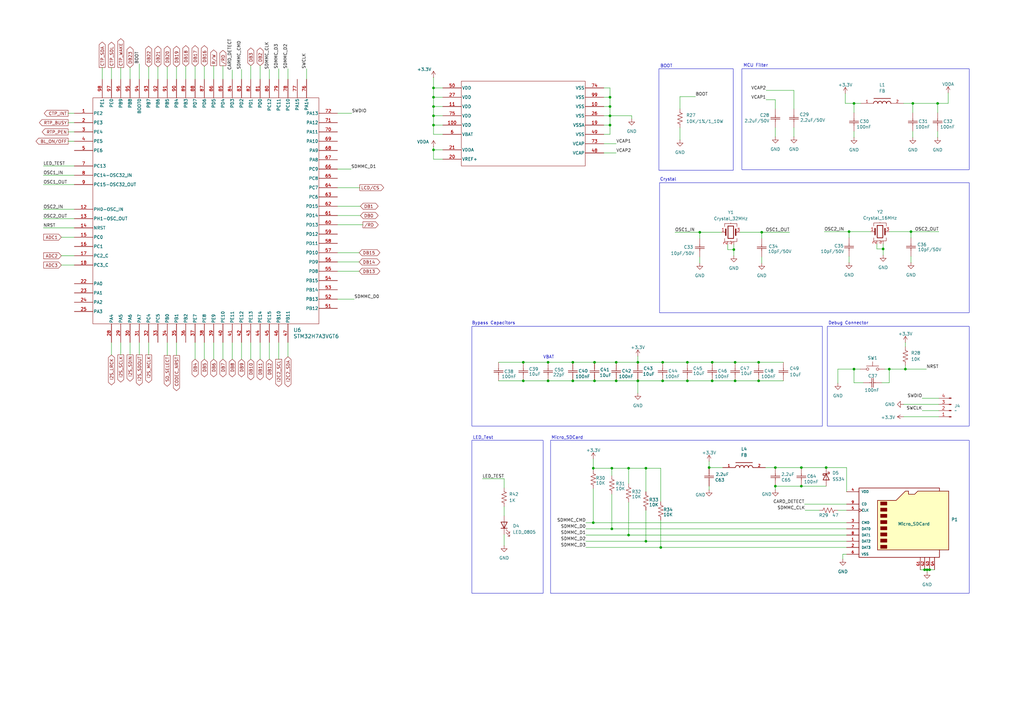
<source format=kicad_sch>
(kicad_sch (version 20231120) (generator "eeschema") (generator_version "8.0")
  (paper "A3")
  (junction (at 271.78 148.59))
  (junction (at 292.1 156.21))
  (junction (at 257.81 192.024))
  (junction (at 250.19 51.308))
  (junction (at 338.836 191.77))
  (junction (at 243.84 148.59))
  (junction (at 214.63 148.59))
  (junction (at 271.78 156.21))
  (junction (at 290.83 191.77))
  (junction (at 312.42 95.25))
  (junction (at 177.8 43.688))
  (junction (at 318.008 199.39))
  (junction (at 261.62 156.21))
  (junction (at 350.266 151.384))
  (junction (at 318.008 191.77))
  (junction (at 300.99 102.362))
  (junction (at 311.15 156.21))
  (junction (at 301.498 156.21))
  (junction (at 177.8 47.498))
  (junction (at 328.676 191.77))
  (junction (at 177.8 36.068))
  (junction (at 281.94 156.21))
  (junction (at 243.84 156.21))
  (junction (at 292.1 148.59))
  (junction (at 380.238 233.68))
  (junction (at 348.234 94.996))
  (junction (at 250.19 47.498))
  (junction (at 243.332 192.024))
  (junction (at 264.922 192.024))
  (junction (at 177.8 61.468))
  (junction (at 252.73 156.21))
  (junction (at 381.254 233.68))
  (junction (at 373.634 94.996))
  (junction (at 234.95 156.21))
  (junction (at 250.952 216.916))
  (junction (at 224.79 156.21))
  (junction (at 384.556 42.418))
  (junction (at 234.95 148.59))
  (junction (at 287.02 95.25))
  (junction (at 328.676 199.39))
  (junction (at 261.62 148.59))
  (junction (at 177.8 51.308))
  (junction (at 301.498 148.59))
  (junction (at 224.79 148.59))
  (junction (at 350.266 42.418))
  (junction (at 250.952 192.024))
  (junction (at 250.19 39.878))
  (junction (at 364.744 151.384))
  (junction (at 374.396 42.418))
  (junction (at 264.922 221.996))
  (junction (at 214.63 156.21))
  (junction (at 243.332 214.376))
  (junction (at 371.348 151.384))
  (junction (at 257.81 219.456))
  (junction (at 311.15 148.59))
  (junction (at 271.018 224.536))
  (junction (at 252.73 148.59))
  (junction (at 281.94 148.59))
  (junction (at 379.222 233.68))
  (junction (at 250.19 43.688))
  (junction (at 362.204 102.108))
  (junction (at 177.8 39.878))
  (wire (pts (xy 177.8 47.498) (xy 177.8 43.688)))
  (wire (pts (xy 314.198 37.084) (xy 325.628 37.084)))
  (wire (pts (xy 247.65 39.878) (xy 250.19 39.878)))
  (wire (pts (xy 271.018 213.36) (xy 271.018 224.536)))
  (wire (pts (xy 350.266 151.384) (xy 352.806 151.384)))
  (wire (pts (xy 257.81 205.994) (xy 257.81 219.456)))
  (wire (pts (xy 72.39 145.796) (xy 72.39 140.462)))
  (wire (pts (xy 362.204 102.108) (xy 362.204 104.648)))
  (wire (pts (xy 318.008 40.894) (xy 318.008 44.704)))
  (wire (pts (xy 181.61 55.118) (xy 177.8 55.118)))
  (wire (pts (xy 250.19 51.308) (xy 250.19 55.118)))
  (wire (pts (xy 347.218 191.77) (xy 347.218 201.676)))
  (wire (pts (xy 68.58 27.432) (xy 68.58 32.512)))
  (wire (pts (xy 27.94 50.292) (xy 30.48 50.292)))
  (wire (pts (xy 99.06 147.32) (xy 99.06 140.462)))
  (wire (pts (xy 313.944 191.77) (xy 318.008 191.77)))
  (wire (pts (xy 350.266 42.418) (xy 350.266 46.228)))
  (wire (pts (xy 181.61 65.278) (xy 177.8 65.278)))
  (wire (pts (xy 177.8 31.75) (xy 177.8 36.068)))
  (wire (pts (xy 250.952 202.692) (xy 250.952 216.916)))
  (wire (pts (xy 147.32 111.252) (xy 138.43 111.252)))
  (wire (pts (xy 206.756 196.342) (xy 206.756 200.152)))
  (wire (pts (xy 312.42 105.41) (xy 312.42 107.95)))
  (wire (pts (xy 250.952 216.916) (xy 347.218 216.916)))
  (wire (pts (xy 45.72 145.542) (xy 45.72 140.462)))
  (wire (pts (xy 25.146 108.712) (xy 30.48 108.712)))
  (wire (pts (xy 373.634 105.156) (xy 373.634 107.696)))
  (wire (pts (xy 53.34 145.542) (xy 53.34 140.462)))
  (wire (pts (xy 250.19 43.688) (xy 250.19 47.498)))
  (wire (pts (xy 240.284 216.916) (xy 250.952 216.916)))
  (wire (pts (xy 343.662 151.384) (xy 350.266 151.384)))
  (wire (pts (xy 106.68 147.32) (xy 106.68 140.462)))
  (wire (pts (xy 252.73 156.21) (xy 261.62 156.21)))
  (wire (pts (xy 364.744 94.996) (xy 373.634 94.996)))
  (wire (pts (xy 374.396 46.228) (xy 374.396 42.418)))
  (wire (pts (xy 285.242 39.624) (xy 278.892 39.624)))
  (wire (pts (xy 276.86 95.25) (xy 287.02 95.25)))
  (wire (pts (xy 298.45 102.362) (xy 300.99 102.362)))
  (wire (pts (xy 68.58 145.796) (xy 68.58 140.462)))
  (wire (pts (xy 177.8 47.498) (xy 177.8 51.308)))
  (wire (pts (xy 49.53 145.542) (xy 49.53 140.462)))
  (wire (pts (xy 287.02 95.25) (xy 295.91 95.25)))
  (wire (pts (xy 110.49 147.32) (xy 110.49 140.462)))
  (wire (pts (xy 290.83 189.23) (xy 290.83 191.77)))
  (wire (pts (xy 72.39 27.432) (xy 72.39 32.512)))
  (wire (pts (xy 350.266 156.972) (xy 350.266 151.384)))
  (wire (pts (xy 250.952 192.024) (xy 250.952 195.072)))
  (wire (pts (xy 17.78 93.472) (xy 30.48 93.472)))
  (wire (pts (xy 348.234 105.156) (xy 348.234 107.696)))
  (wire (pts (xy 380.238 233.68) (xy 380.238 234.696)))
  (wire (pts (xy 301.498 156.21) (xy 311.15 156.21)))
  (wire (pts (xy 388.874 42.418) (xy 384.556 42.418)))
  (wire (pts (xy 370.586 170.942) (xy 385.064 170.942)))
  (wire (pts (xy 354.076 156.972) (xy 350.266 156.972)))
  (wire (pts (xy 271.78 156.21) (xy 281.94 156.21)))
  (wire (pts (xy 80.01 27.178) (xy 80.01 32.512)))
  (wire (pts (xy 364.744 151.384) (xy 362.966 151.384)))
  (wire (pts (xy 252.73 62.738) (xy 247.65 62.738)))
  (wire (pts (xy 348.234 94.996) (xy 348.234 97.536)))
  (wire (pts (xy 240.284 224.536) (xy 271.018 224.536)))
  (wire (pts (xy 243.332 214.376) (xy 347.218 214.376)))
  (wire (pts (xy 250.19 47.498) (xy 250.19 51.308)))
  (wire (pts (xy 102.87 26.924) (xy 102.87 32.512)))
  (wire (pts (xy 252.73 58.928) (xy 247.65 58.928)))
  (wire (pts (xy 361.696 156.972) (xy 364.744 156.972)))
  (wire (pts (xy 385.064 165.862) (xy 370.586 165.862)))
  (wire (pts (xy 197.866 196.342) (xy 206.756 196.342)))
  (wire (pts (xy 240.284 214.376) (xy 243.332 214.376)))
  (wire (pts (xy 345.694 227.33) (xy 345.694 229.362)))
  (wire (pts (xy 95.25 147.32) (xy 95.25 140.462)))
  (wire (pts (xy 204.47 156.21) (xy 214.63 156.21)))
  (wire (pts (xy 27.94 54.102) (xy 30.48 54.102)))
  (wire (pts (xy 83.82 147.32) (xy 83.82 140.462)))
  (wire (pts (xy 250.19 55.118) (xy 247.65 55.118)))
  (wire (pts (xy 292.1 156.21) (xy 301.498 156.21)))
  (wire (pts (xy 318.008 199.39) (xy 328.676 199.39)))
  (wire (pts (xy 64.77 27.432) (xy 64.77 32.512)))
  (wire (pts (xy 373.634 94.996) (xy 373.634 97.536)))
  (wire (pts (xy 384.556 53.848) (xy 384.556 56.388)))
  (wire (pts (xy 348.234 94.996) (xy 357.124 94.996)))
  (wire (pts (xy 261.62 156.21) (xy 261.62 161.29)))
  (wire (pts (xy 17.78 89.662) (xy 30.48 89.662)))
  (wire (pts (xy 206.756 207.772) (xy 206.756 211.582)))
  (wire (pts (xy 312.42 95.25) (xy 312.42 97.79)))
  (wire (pts (xy 388.874 38.1) (xy 388.874 42.418)))
  (wire (pts (xy 234.95 148.59) (xy 243.84 148.59)))
  (wire (pts (xy 243.332 200.406) (xy 243.332 214.376)))
  (wire (pts (xy 214.63 156.21) (xy 224.79 156.21)))
  (wire (pts (xy 281.94 156.21) (xy 292.1 156.21)))
  (wire (pts (xy 206.756 219.202) (xy 206.756 223.774)))
  (wire (pts (xy 204.47 148.59) (xy 214.63 148.59)))
  (wire (pts (xy 329.946 206.756) (xy 347.218 206.756)))
  (wire (pts (xy 177.8 60.198) (xy 177.8 61.468)))
  (wire (pts (xy 370.586 42.418) (xy 374.396 42.418)))
  (wire (pts (xy 145.288 122.682) (xy 138.43 122.682)))
  (wire (pts (xy 300.99 102.362) (xy 300.99 100.33)))
  (wire (pts (xy 181.61 61.468) (xy 177.8 61.468)))
  (wire (pts (xy 17.78 85.852) (xy 30.48 85.852)))
  (wire (pts (xy 240.284 221.996) (xy 264.922 221.996)))
  (wire (pts (xy 57.15 145.542) (xy 57.15 140.462)))
  (wire (pts (xy 371.348 140.462) (xy 371.348 142.24)))
  (wire (pts (xy 45.72 27.686) (xy 45.72 32.512)))
  (wire (pts (xy 325.628 52.324) (xy 325.628 56.134)))
  (wire (pts (xy 343.662 209.296) (xy 347.218 209.296)))
  (wire (pts (xy 80.01 147.32) (xy 80.01 140.462)))
  (wire (pts (xy 144.018 69.342) (xy 138.43 69.342)))
  (wire (pts (xy 385.064 94.996) (xy 373.634 94.996)))
  (wire (pts (xy 271.78 148.59) (xy 281.94 148.59)))
  (wire (pts (xy 53.34 27.686) (xy 53.34 32.512)))
  (wire (pts (xy 257.81 219.456) (xy 347.218 219.456)))
  (wire (pts (xy 76.2 27.178) (xy 76.2 32.512)))
  (wire (pts (xy 27.94 57.912) (xy 30.48 57.912)))
  (wire (pts (xy 243.332 192.024) (xy 250.952 192.024)))
  (wire (pts (xy 99.06 28.448) (xy 99.06 32.512)))
  (wire (pts (xy 17.78 71.882) (xy 30.48 71.882)))
  (wire (pts (xy 350.266 53.848) (xy 350.266 56.388)))
  (wire (pts (xy 325.628 37.084) (xy 325.628 44.704)))
  (wire (pts (xy 224.79 156.21) (xy 234.95 156.21)))
  (wire (pts (xy 378.206 168.402) (xy 385.064 168.402)))
  (wire (pts (xy 347.218 227.33) (xy 345.694 227.33)))
  (wire (pts (xy 287.02 95.25) (xy 287.02 97.79)))
  (wire (pts (xy 91.44 147.32) (xy 91.44 140.462)))
  (wire (pts (xy 247.65 51.308) (xy 250.19 51.308)))
  (wire (pts (xy 261.62 156.21) (xy 271.78 156.21)))
  (wire (pts (xy 102.87 147.32) (xy 102.87 140.462)))
  (wire (pts (xy 338.074 94.996) (xy 348.234 94.996)))
  (wire (pts (xy 147.32 103.632) (xy 138.43 103.632)))
  (wire (pts (xy 346.71 38.354) (xy 346.71 42.418)))
  (wire (pts (xy 106.68 26.924) (xy 106.68 32.512)))
  (wire (pts (xy 264.922 221.996) (xy 347.218 221.996)))
  (wire (pts (xy 60.96 145.542) (xy 60.96 140.462)))
  (wire (pts (xy 27.94 46.482) (xy 30.48 46.482)))
  (wire (pts (xy 224.79 148.59) (xy 234.95 148.59)))
  (wire (pts (xy 278.892 52.324) (xy 278.892 57.404)))
  (wire (pts (xy 259.08 48.768) (xy 259.08 47.498)))
  (wire (pts (xy 362.204 102.108) (xy 362.204 100.076)))
  (wire (pts (xy 181.61 43.688) (xy 177.8 43.688)))
  (wire (pts (xy 278.892 39.624) (xy 278.892 44.704)))
  (wire (pts (xy 318.008 52.324) (xy 318.008 56.134)))
  (wire (pts (xy 181.61 51.308) (xy 177.8 51.308)))
  (wire (pts (xy 49.53 27.686) (xy 49.53 32.512)))
  (wire (pts (xy 181.61 47.498) (xy 177.8 47.498)))
  (wire (pts (xy 177.8 55.118) (xy 177.8 51.308)))
  (wire (pts (xy 379.984 151.384) (xy 371.348 151.384)))
  (wire (pts (xy 301.498 148.59) (xy 311.15 148.59)))
  (wire (pts (xy 125.73 28.194) (xy 125.73 32.512)))
  (wire (pts (xy 290.83 199.39) (xy 290.83 200.914)))
  (wire (pts (xy 328.676 199.39) (xy 338.836 199.39)))
  (wire (pts (xy 287.02 105.41) (xy 287.02 107.95)))
  (wire (pts (xy 234.95 156.21) (xy 243.84 156.21)))
  (wire (pts (xy 138.43 46.482) (xy 144.272 46.482)))
  (wire (pts (xy 298.45 100.33) (xy 298.45 102.362)))
  (wire (pts (xy 240.284 219.456) (xy 257.81 219.456)))
  (wire (pts (xy 95.25 28.702) (xy 95.25 32.512)))
  (wire (pts (xy 271.018 205.74) (xy 271.018 192.024)))
  (wire (pts (xy 374.396 42.418) (xy 384.556 42.418)))
  (wire (pts (xy 247.65 47.498) (xy 250.19 47.498)))
  (wire (pts (xy 364.744 151.384) (xy 364.744 156.972)))
  (wire (pts (xy 110.49 28.448) (xy 110.49 32.512)))
  (wire (pts (xy 264.922 192.024) (xy 264.922 201.676)))
  (wire (pts (xy 347.218 191.77) (xy 338.836 191.77)))
  (wire (pts (xy 252.73 148.59) (xy 261.62 148.59)))
  (wire (pts (xy 148.844 92.202) (xy 138.43 92.202)))
  (wire (pts (xy 377.444 233.68) (xy 379.222 233.68)))
  (wire (pts (xy 25.146 97.282) (xy 30.48 97.282)))
  (wire (pts (xy 17.78 68.072) (xy 30.48 68.072)))
  (wire (pts (xy 381.254 233.68) (xy 383.286 233.68)))
  (wire (pts (xy 41.91 27.686) (xy 41.91 32.512)))
  (wire (pts (xy 177.8 65.278) (xy 177.8 61.468)))
  (wire (pts (xy 271.018 192.024) (xy 264.922 192.024)))
  (wire (pts (xy 353.06 42.418) (xy 350.266 42.418)))
  (wire (pts (xy 250.19 47.498) (xy 259.08 47.498)))
  (wire (pts (xy 177.8 43.688) (xy 177.8 39.878)))
  (wire (pts (xy 118.11 28.194) (xy 118.11 32.512)))
  (wire (pts (xy 379.222 233.68) (xy 380.238 233.68)))
  (wire (pts (xy 323.85 95.25) (xy 312.42 95.25)))
  (wire (pts (xy 177.8 36.068) (xy 177.8 39.878)))
  (wire (pts (xy 25.146 104.902) (xy 30.48 104.902)))
  (wire (pts (xy 292.1 148.59) (xy 301.498 148.59)))
  (wire (pts (xy 83.82 27.178) (xy 83.82 32.512)))
  (wire (pts (xy 147.574 76.962) (xy 138.43 76.962)))
  (wire (pts (xy 271.018 224.536) (xy 347.218 224.536)))
  (wire (pts (xy 114.3 147.32) (xy 114.3 140.462)))
  (wire (pts (xy 147.828 88.392) (xy 138.43 88.392)))
  (wire (pts (xy 300.99 102.362) (xy 300.99 104.902)))
  (wire (pts (xy 243.332 188.214) (xy 243.332 192.024)))
  (wire (pts (xy 374.396 53.848) (xy 374.396 56.388)))
  (wire (pts (xy 257.81 192.024) (xy 264.922 192.024)))
  (wire (pts (xy 250.19 39.878) (xy 250.19 43.688)))
  (wire (pts (xy 17.78 75.692) (xy 30.48 75.692)))
  (wire (pts (xy 257.81 192.024) (xy 257.81 198.374)))
  (wire (pts (xy 247.65 36.068) (xy 250.19 36.068)))
  (wire (pts (xy 311.15 148.59) (xy 321.31 148.59)))
  (wire (pts (xy 87.63 147.32) (xy 87.63 140.462)))
  (wire (pts (xy 250.952 192.024) (xy 257.81 192.024)))
  (wire (pts (xy 147.32 107.442) (xy 138.43 107.442)))
  (wire (pts (xy 359.664 102.108) (xy 362.204 102.108)))
  (wire (pts (xy 318.008 200.914) (xy 318.008 199.39)))
  (wire (pts (xy 60.96 27.432) (xy 60.96 32.512)))
  (wire (pts (xy 261.62 148.59) (xy 271.78 148.59)))
  (wire (pts (xy 264.922 209.296) (xy 264.922 221.996)))
  (wire (pts (xy 147.828 84.582) (xy 138.43 84.582)))
  (wire (pts (xy 311.15 156.21) (xy 321.31 156.21)))
  (wire (pts (xy 384.556 42.418) (xy 384.556 46.228)))
  (wire (pts (xy 281.94 148.59) (xy 292.1 148.59)))
  (wire (pts (xy 181.61 39.878) (xy 177.8 39.878)))
  (wire (pts (xy 57.15 26.162) (xy 57.15 32.512)))
  (wire (pts (xy 371.348 151.384) (xy 364.744 151.384)))
  (wire (pts (xy 371.348 149.86) (xy 371.348 151.384)))
  (wire (pts (xy 346.71 42.418) (xy 350.266 42.418)))
  (wire (pts (xy 87.63 26.924) (xy 87.63 32.512)))
  (wire (pts (xy 243.332 192.024) (xy 243.332 192.786)))
  (wire (pts (xy 359.664 100.076) (xy 359.664 102.108)))
  (wire (pts (xy 343.662 157.226) (xy 343.662 151.384)))
  (wire (pts (xy 330.2 209.296) (xy 336.042 209.296)))
  (wire (pts (xy 91.44 26.924) (xy 91.44 32.512)))
  (wire (pts (xy 380.238 233.68) (xy 381.254 233.68)))
  (wire (pts (xy 114.3 28.194) (xy 114.3 32.512)))
  (wire (pts (xy 328.676 191.77) (xy 338.836 191.77)))
  (wire (pts (xy 214.63 148.59) (xy 224.79 148.59)))
  (wire (pts (xy 177.546 36.068) (xy 177.8 36.068)))
  (wire (pts (xy 261.62 146.05) (xy 261.62 148.59)))
  (wire (pts (xy 378.206 163.322) (xy 385.064 163.322)))
  (wire (pts (xy 290.83 191.77) (xy 296.418 191.77)))
  (wire (pts (xy 177.8 36.068) (xy 181.61 36.068)))
  (wire (pts (xy 250.19 36.068) (xy 250.19 39.878)))
  (wire (pts (xy 328.676 191.77) (xy 318.008 191.77)))
  (wire (pts (xy 118.11 146.304) (xy 118.11 140.462)))
  (wire (pts (xy 303.53 95.25) (xy 312.42 95.25)))
  (wire (pts (xy 247.65 43.688) (xy 250.19 43.688)))
  (wire (pts (xy 243.84 148.59) (xy 252.73 148.59)))
  (wire (pts (xy 314.198 40.894) (xy 318.008 40.894)))
  (wire (pts (xy 243.84 156.21) (xy 252.73 156.21)))
  (rectangle (start 193.548 133.858) (end 337.312 174.752))
  (rectangle (start 270.51 74.93) (end 397.51 128.27))
  (rectangle (start 193.548 180.594) (end 222.758 243.332))
  (rectangle (start 270.256 28.194) (end 300.736 69.85))
  (rectangle (start 225.806 180.594) (end 397.51 243.332))
  (rectangle (start 339.344 133.858) (end 397.51 174.752))
  (rectangle (start 304.292 28.194) (end 397.51 69.596))
  (text "BOOT" (at 273.304 27.178 0) (effects (font (size 1.27 1.27))))
  (text "Crystal" (at 274.066 73.66 0) (effects (font (size 1.27 1.27))))
  (text "Debug Connector" (at 347.98 132.588 0) (effects (font (size 1.27 1.27))))
  (text "LED_Test" (at 198.12 179.578 0) (effects (font (size 1.27 1.27))))
  (text "VBAT\n" (at 225.044 146.558 0) (effects (font (size 1.27 1.27))))
  (text "Bypass Capacitors" (at 202.438 132.588 0) (effects (font (size 1.27 1.27))))
  (text "Micro_SDCard" (at 232.664 179.578 0) (effects (font (size 1.27 1.27))))
  (text "MCU Filter	" (at 312.42 26.924 0) (effects (font (size 1.27 1.27))))
  (label "CARD_DETECT" (at 329.946 206.756 180))
  (label "LED_TEST" (at 197.866 196.342 0))
  (label "BOOT" (at 57.15 26.162 90))
  (label "OSC1_IN" (at 276.86 95.25 0))
  (label "VCAP1" (at 314.198 40.894 180))
  (label "SWCLK" (at 125.73 28.194 90))
  (label "OSC2_IN" (at 17.78 85.852 0))
  (label "SDMMC_D2" (at 240.284 221.996 180))
  (label "OSC1_IN" (at 17.78 71.882 0))
  (label "SDMMC_D1" (at 240.284 219.456 180))
  (label "SDMMC_CMD" (at 99.06 28.448 90))
  (label "SDMMC_CLK" (at 330.2 209.296 180))
  (label "OSC1_OUT" (at 323.85 95.25 180))
  (label "SWDIO" (at 144.272 46.482 0))
  (label "SDMMC_D2" (at 118.11 28.194 90))
  (label "VCAP2" (at 252.73 62.738 0))
  (label "OSC2_OUT" (at 17.78 89.662 0))
  (label "OSC1_OUT" (at 17.78 75.692 0))
  (label "NRST" (at 17.78 93.472 0))
  (label "LED_TEST" (at 17.78 68.072 0))
  (label "SWCLK" (at 378.206 168.402 180))
  (label "SDMMC_D0" (at 145.288 122.682 0))
  (label "CARD_DETECT" (at 95.25 28.702 90))
  (label "SDMMC_CMD" (at 240.284 214.376 180))
  (label "SDMMC_CLK" (at 110.49 28.448 90))
  (label "SDMMC_D3" (at 240.284 224.536 180))
  (label "SWDIO" (at 378.206 163.322 180))
  (label "OSC2_OUT" (at 385.064 94.996 180))
  (label "BOOT" (at 285.242 39.624 0))
  (label "NRST" (at 379.984 151.384 0))
  (label "SDMMC_D3" (at 114.3 28.194 90))
  (label "SDMMC_D1" (at 144.018 69.342 0))
  (label "VCAP2" (at 314.198 37.084 180))
  (label "VCAP1" (at 252.73 58.928 0))
  (label "SDMMC_D0" (at 240.284 216.916 180))
  (label "OSC2_IN" (at 338.074 94.996 0))
  (global_label "DB11" (shape bidirectional) (at 106.68 147.32 270) (property "Intersheetrefs" "${INTERSHEET_REFS}" (effects (hide yes))))
  (global_label "DB17" (shape bidirectional) (at 80.01 27.178 90) (property "Intersheetrefs" "${INTERSHEET_REFS}" (effects (hide yes))))
  (global_label "CODEC_NRST" (shape output) (at 72.39 145.796 270) (property "Intersheetrefs" "${INTERSHEET_REFS}" (effects (hide yes))))
  (global_label "I2C2_SDA" (shape bidirectional) (at 118.11 146.304 270) (property "Intersheetrefs" "${INTERSHEET_REFS}" (effects (hide yes))))
  (global_label "DB16" (shape bidirectional) (at 83.82 27.178 90) (property "Intersheetrefs" "${INTERSHEET_REFS}" (effects (hide yes))))
  (global_label "SD_SELECT" (shape output) (at 68.58 145.796 270) (property "Intersheetrefs" "${INTERSHEET_REFS}" (effects (hide yes))))
  (global_label "BL_ON{slash}OFF" (shape output) (at 27.94 57.912 180) (property "Intersheetrefs" "${INTERSHEET_REFS}" (effects (hide yes))))
  (global_label "DB22" (shape bidirectional) (at 60.96 27.432 90) (property "Intersheetrefs" "${INTERSHEET_REFS}" (effects (hide yes))))
  (global_label "RTP_PEN" (shape output) (at 27.94 54.102 180) (property "Intersheetrefs" "${INTERSHEET_REFS}" (effects (hide yes))))
  (global_label "DB6" (shape bidirectional) (at 87.63 147.32 270) (property "Intersheetrefs" "${INTERSHEET_REFS}" (effects (hide yes))))
  (global_label "DB4" (shape bidirectional) (at 80.01 147.32 270) (property "Intersheetrefs" "${INTERSHEET_REFS}" (effects (hide yes))))
  (global_label "I2S_SDIN" (shape output) (at 53.34 145.542 270) (property "Intersheetrefs" "${INTERSHEET_REFS}" (effects (hide yes))))
  (global_label "DB23" (shape bidirectional) (at 53.34 27.686 90) (property "Intersheetrefs" "${INTERSHEET_REFS}" (effects (hide yes))))
  (global_label "CTP_SDA" (shape output) (at 41.91 27.686 90) (property "Intersheetrefs" "${INTERSHEET_REFS}" (effects (hide yes))))
  (global_label "DB7" (shape bidirectional) (at 91.44 147.32 270) (property "Intersheetrefs" "${INTERSHEET_REFS}" (effects (hide yes))))
  (global_label "{slash}RD" (shape output) (at 148.844 92.202 0) (property "Intersheetrefs" "${INTERSHEET_REFS}" (effects (hide yes))))
  (global_label "RTP_BUSY" (shape output) (at 27.94 50.292 180) (property "Intersheetrefs" "${INTERSHEET_REFS}" (effects (hide yes))))
  (global_label "CTP_SDL" (shape output) (at 45.72 27.686 90) (property "Intersheetrefs" "${INTERSHEET_REFS}" (effects (hide yes))))
  (global_label "LCD{slash}CS" (shape output) (at 147.574 76.962 0) (property "Intersheetrefs" "${INTERSHEET_REFS}" (effects (hide yes))))
  (global_label "DB5" (shape bidirectional) (at 83.82 147.32 270) (property "Intersheetrefs" "${INTERSHEET_REFS}" (effects (hide yes))))
  (global_label "DB3" (shape bidirectional) (at 102.87 26.924 90) (property "Intersheetrefs" "${INTERSHEET_REFS}" (effects (hide yes))))
  (global_label "CTP_WAKE" (shape output) (at 49.53 27.686 90) (property "Intersheetrefs" "${INTERSHEET_REFS}" (effects (hide yes))))
  (global_label "ADC1" (shape input) (at 25.146 97.282 180) (property "Intersheetrefs" "${INTERSHEET_REFS}" (effects (hide yes))))
  (global_label "DB1" (shape bidirectional) (at 147.828 84.582 0) (property "Intersheetrefs" "${INTERSHEET_REFS}" (effects (hide yes))))
  (global_label "DB13" (shape bidirectional) (at 147.32 111.252 0) (property "Intersheetrefs" "${INTERSHEET_REFS}" (effects (hide yes))))
  (global_label "DB0" (shape bidirectional) (at 147.828 88.392 0) (property "Intersheetrefs" "${INTERSHEET_REFS}" (effects (hide yes))))
  (global_label "R{slash}W" (shape output) (at 87.63 26.924 90) (property "Intersheetrefs" "${INTERSHEET_REFS}" (effects (hide yes))))
  (global_label "DB15" (shape bidirectional) (at 147.32 103.632 0) (property "Intersheetrefs" "${INTERSHEET_REFS}" (effects (hide yes))))
  (global_label "I2S_LRCK" (shape bidirectional) (at 45.72 145.542 270) (property "Intersheetrefs" "${INTERSHEET_REFS}" (effects (hide yes))))
  (global_label "DB10" (shape bidirectional) (at 102.87 147.32 270) (property "Intersheetrefs" "${INTERSHEET_REFS}" (effects (hide yes))))
  (global_label "DB18" (shape bidirectional) (at 76.2 27.178 90) (property "Intersheetrefs" "${INTERSHEET_REFS}" (effects (hide yes))))
  (global_label "I2S_SDOUT" (shape output) (at 57.15 145.542 270) (property "Intersheetrefs" "${INTERSHEET_REFS}" (effects (hide yes))))
  (global_label "CTP_INT" (shape output) (at 27.94 46.482 180) (property "Intersheetrefs" "${INTERSHEET_REFS}" (effects (hide yes))))
  (global_label "ADC3" (shape input) (at 25.146 108.712 180) (property "Intersheetrefs" "${INTERSHEET_REFS}" (effects (hide yes))))
  (global_label "{slash}RD" (shape output) (at 91.44 26.924 90) (property "Intersheetrefs" "${INTERSHEET_REFS}" (effects (hide yes))))
  (global_label "DB19" (shape bidirectional) (at 72.39 27.432 90) (property "Intersheetrefs" "${INTERSHEET_REFS}" (effects (hide yes))))
  (global_label "DB2" (shape bidirectional) (at 106.68 26.924 90) (property "Intersheetrefs" "${INTERSHEET_REFS}" (effects (hide yes))))
  (global_label "I2S_MCLK" (shape output) (at 60.96 145.542 270) (property "Intersheetrefs" "${INTERSHEET_REFS}" (effects (hide yes))))
  (global_label "ADC2" (shape input) (at 25.146 104.902 180) (property "Intersheetrefs" "${INTERSHEET_REFS}" (effects (hide yes))))
  (global_label "DB14" (shape bidirectional) (at 147.32 107.442 0) (property "Intersheetrefs" "${INTERSHEET_REFS}" (effects (hide yes))))
  (global_label "DB21" (shape bidirectional) (at 64.77 27.432 90) (property "Intersheetrefs" "${INTERSHEET_REFS}" (effects (hide yes))))
  (global_label "DB12" (shape bidirectional) (at 110.49 147.32 270) (property "Intersheetrefs" "${INTERSHEET_REFS}" (effects (hide yes))))
  (global_label "DB9" (shape bidirectional) (at 99.06 147.32 270) (property "Intersheetrefs" "${INTERSHEET_REFS}" (effects (hide yes))))
  (global_label "DB8" (shape bidirectional) (at 95.25 147.32 270) (property "Intersheetrefs" "${INTERSHEET_REFS}" (effects (hide yes))))
  (global_label "I2C2_SCL" (shape output) (at 114.3 147.32 270) (property "Intersheetrefs" "${INTERSHEET_REFS}" (effects (hide yes))))
  (global_label "I2S_SCLK" (shape output) (at 49.53 145.542 270) (property "Intersheetrefs" "${INTERSHEET_REFS}" (effects (hide yes))))
  (global_label "DB20" (shape bidirectional) (at 68.58 27.432 90) (property "Intersheetrefs" "${INTERSHEET_REFS}" (effects (hide yes))))
  (symbol (lib_id "power:GND") (at 312.42 107.95 0) (unit 1)
    (property "Reference" "#PWR050" (effects (hide yes)))
    (property "Value" "GND" (at 312.42 113.03 0))
    (property "Description" "Power symbol creates a global label with name \"GND\" , ground" (effects (hide yes)))
  )
  (symbol (lib_id "power:GND") (at 380.238 234.696 0) (unit 1)
    (property "Reference" "#PWR062" (effects (hide yes)))
    (property "Value" "GND" (at 380.238 239.776 0))
    (property "Description" "Power symbol creates a global label with name \"GND\" , ground" (effects (hide yes)))
  )
  (symbol (lib_id "power:GND") (at 300.99 104.902 0) (unit 1)
    (property "Reference" "#PWR051" (effects (hide yes)))
    (property "Value" "GND" (at 300.99 109.982 0))
    (property "Description" "Power symbol creates a global label with name \"GND\" , ground" (effects (hide yes)))
  )
  (symbol (lib_id "charge_battery_sym_lib:Res_10K_0603_1%") (at 371.348 149.86 90) (unit 1)
    (property "Reference" "R28" (at 373.634 144.7799 90) (effects (justify right)))
    (property "Value" "10K" (at 373.634 147.3199 90) (effects (justify right)))
    (property "Footprint" "charge_battery_footprint_lib:Res_0603" (effects (hide yes)))
    (property "Datasheet" "https://fscdn.rohm.com/en/products/databook/datasheet/passive/resistor/chip_resistor/esr-e.pdf" (effects (hide yes)))
    (property "Description" "Res 10 KOhm 0603 1%" (effects (hide yes)))
    (property "Supply name" "Thegioiic" (effects (hide yes)))
    (property "Supply part number" "Điện Trở 10 KOhm 0603 1%" (effects (hide yes)))
    (property "Supply URL" "https://www.thegioiic.com/dien-tro-10-kohm-0603-1-" (effects (hide yes)))
  )
  (symbol (lib_id "charge_battery_sym_lib:Ceramic_Cap_SMD_100nF_16V") (at 350.266 47.498 270) (unit 1)
    (property "Reference" "C30" (at 352.552 49.784 90) (effects (justify left)))
    (property "Value" "100nF" (at 351.282 52.07 90) (effects (justify left)))
    (property "Footprint" "charge_battery_footprint_lib:Ceramic_Cap_0603" (effects (hide yes)))
    (property "Datasheet" "https://www.mouser.vn/datasheet/2/40/KYOCERA_AutoMLCCKAM-3106308.pdf" (effects (hide yes)))
    (property "Description" "10%, 0603 (1608 Metric)" (effects (hide yes)))
    (property "Supply name" "Thegioiic" (effects (hide yes)))
    (property "Supply part number" "Tụ Gốm 0603 100nF (0.1uF) 16V" (effects (hide yes)))
    (property "Supply URL" "https://www.thegioiic.com/tu-gom-0603-100nf-0-1uf-16v" (effects (hide yes)))
  )
  (symbol (lib_id "Digital_Multi_Effect_Pedal:SS34") (at 338.836 195.58 270) (unit 1)
    (property "Reference" "D5" (at 341.376 193.9924 90) (effects (justify left)))
    (property "Value" "SS34" (at 341.376 196.5324 90) (effects (justify left)))
    (property "Footprint" "Diode_SMD:D_SMA" (effects (hide yes)))
    (property "Datasheet" "https://www.vishay.com/docs/88751/ss32.pdf" (effects (hide yes)))
    (property "Description" "40V 3A Schottky Diode, SMA" (effects (hide yes)))
  )
  (symbol (lib_id "power:+3.3V") (at 290.83 189.23 0) (unit 1)
    (property "Reference" "#PWR090" (effects (hide yes)))
    (property "Value" "+3.3V" (at 290.83 185.674 0))
    (property "Description" "Power symbol creates a global label with name \"+3.3V\"" (effects (hide yes)))
  )
  (symbol (lib_id "charge_battery_sym_lib:Ceramic_Cap_SMD_1uF_16V") (at 325.628 52.324 90) (unit 1)
    (property "Reference" "C29" (at 327.914 46.99 90) (effects (justify right)))
    (property "Value" "2.2uF/50V" (at 328.168 49.276 90) (effects (justify right)))
    (property "Footprint" "charge_battery_footprint_lib:Ceramic_Cap_0603" (effects (hide yes)))
    (property "Datasheet" "https://www.mouser.vn/datasheet/2/40/KYOCERA_AutoMLCCKAM-3106308.pdf" (effects (hide yes)))
    (property "Description" "10%, 0603 (1608 Metric)" (effects (hide yes)))
    (property "Supply name" "Thegioiic" (effects (hide yes)))
    (property "Supply part number" "Tụ Gốm 0603 2.2uF 50V" (effects (hide yes)))
    (property "Supply URL" "https://www.thegioiic.com/tu-gom-0603-2-2uf-25v" (effects (hide yes)))
  )
  (symbol (lib_id "charge_battery_sym_lib:Res_10K_0603_1%") (at 271.018 213.36 90) (unit 1)
    (property "Reference" "R34" (at 272.034 209.042 90) (effects (justify right)))
    (property "Value" "10K" (at 272.034 211.074 90) (effects (justify right)))
    (property "Footprint" "charge_battery_footprint_lib:Res_0603" (effects (hide yes)))
    (property "Datasheet" "https://fscdn.rohm.com/en/products/databook/datasheet/passive/resistor/chip_resistor/esr-e.pdf" (effects (hide yes)))
    (property "Description" "Res 10 KOhm 0603 1%" (effects (hide yes)))
    (property "Supply name" "Thegioiic" (effects (hide yes)))
    (property "Supply part number" "Điện Trở 10 KOhm 0603 1%" (effects (hide yes)))
    (property "Supply URL" "https://www.thegioiic.com/dien-tro-10-kohm-0603-1-" (effects (hide yes)))
  )
  (symbol (lib_id "power:GND") (at 278.892 57.404 0) (unit 1)
    (property "Reference" "#PWR041" (effects (hide yes)))
    (property "Value" "GND" (at 278.892 62.484 0))
    (property "Description" "Power symbol creates a global label with name \"GND\" , ground" (effects (hide yes)))
  )
  (symbol (lib_id "power:VDDA") (at 388.874 38.1 0) (unit 1)
    (property "Reference" "#PWR048" (effects (hide yes)))
    (property "Value" "VDDA" (at 388.874 34.544 0))
    (property "Description" "Power symbol creates a global label with name \"VDDA\"" (effects (hide yes)))
  )
  (symbol (lib_id "power:+3.3V") (at 346.71 38.354 0) (unit 1)
    (property "Reference" "#PWR047" (effects (hide yes)))
    (property "Value" "+3.3V" (at 346.71 34.798 0))
    (property "Description" "Power symbol creates a global label with name \"+3.3V\"" (effects (hide yes)))
  )
  (symbol (lib_id "power:GND") (at 325.628 56.134 0) (unit 1)
    (property "Reference" "#PWR043" (effects (hide yes)))
    (property "Value" "GND" (at 325.628 61.214 0))
    (property "Description" "Power symbol creates a global label with name \"GND\" , ground" (effects (hide yes)))
  )
  (symbol (lib_id "charge_battery_sym_lib:Res_10K_0603_1%") (at 250.952 202.692 90) (unit 1)
    (property "Reference" "R31" (at 252.476 198.374 90) (effects (justify right)))
    (property "Value" "10K" (at 252.476 200.406 90) (effects (justify right)))
    (property "Footprint" "charge_battery_footprint_lib:Res_0603" (effects (hide yes)))
    (property "Datasheet" "https://fscdn.rohm.com/en/products/databook/datasheet/passive/resistor/chip_resistor/esr-e.pdf" (effects (hide yes)))
    (property "Description" "Res 10 KOhm 0603 1%" (effects (hide yes)))
    (property "Supply name" "Thegioiic" (effects (hide yes)))
    (property "Supply part number" "Điện Trở 10 KOhm 0603 1%" (effects (hide yes)))
    (property "Supply URL" "https://www.thegioiic.com/dien-tro-10-kohm-0603-1-" (effects (hide yes)))
  )
  (symbol (lib_id "power:GND") (at 343.662 157.226 0) (unit 1)
    (property "Reference" "#PWR056" (effects (hide yes)))
    (property "Value" "GND" (at 343.662 162.306 0))
    (property "Description" "Power symbol creates a global label with name \"GND\" , ground" (effects (hide yes)))
  )
  (symbol (lib_id "charge_battery_sym_lib:Ceramic_Cap_SMD_100nF_16V") (at 234.95 149.86 270) (unit 1)
    (property "Reference" "C40" (at 237.236 152.146 90) (effects (justify left)))
    (property "Value" "100nF" (at 235.966 154.432 90) (effects (justify left)))
    (property "Footprint" "charge_battery_footprint_lib:Ceramic_Cap_0603" (effects (hide yes)))
    (property "Datasheet" "https://www.mouser.vn/datasheet/2/40/KYOCERA_AutoMLCCKAM-3106308.pdf" (effects (hide yes)))
    (property "Description" "10%, 0603 (1608 Metric)" (effects (hide yes)))
    (property "Supply name" "Thegioiic" (effects (hide yes)))
    (property "Supply part number" "Tụ Gốm 0603 100nF (0.1uF) 16V" (effects (hide yes)))
    (property "Supply URL" "https://www.thegioiic.com/tu-gom-0603-100nf-0-1uf-16v" (effects (hide yes)))
  )
  (symbol (lib_id "charge_battery_sym_lib:Ceramic_Cap_SMD_10uF_16V") (at 214.63 156.21 90) (unit 1)
    (property "Reference" "C39" (at 216.916 151.384 90) (effects (justify right)))
    (property "Value" "10uF" (at 216.916 153.416 90) (effects (justify right)))
    (property "Footprint" "charge_battery_footprint_lib:Ceramic_Cap_0603" (effects (hide yes)))
    (property "Datasheet" "https://www.mouser.vn/datasheet/2/40/KYOCERA_AutoMLCCKAM-3106308.pdf" (effects (hide yes)))
    (property "Description" "10%, 0603 (1608 Metric)" (effects (hide yes)))
    (property "Supply name" "Thegioiic" (effects (hide yes)))
    (property "Supply part number" "Tụ Gốm 0603 10uF 16V" (effects (hide yes)))
    (property "Supply URL" "https://www.thegioiic.com/tu-gom-0603-10uf-16v" (effects (hide yes)))
  )
  (symbol (lib_id "power:GND") (at 370.586 165.862 270) (unit 1)
    (property "Reference" "#PWR057" (effects (hide yes)))
    (property "Value" "GND" (at 367.03 165.8619 90) (effects (justify right)))
    (property "Description" "Power symbol creates a global label with name \"GND\" , ground" (effects (hide yes)))
  )
  (symbol (lib_id "Digital_Multi_Effect_Pedal:Crystal_16MHz_3225") (at 299.212 97.282 0) (unit 1)
    (property "Reference" "Y1" (at 299.72 87.122 0))
    (property "Value" "Crystal_32MHz" (at 299.72 89.662 0))
    (property "Footprint" "TSX-3225_16.0000MF18X-AC3:XTAL_TSX-3225_16.0000MF18X-AC3" (effects (hide yes)))
    (property "MF" "EPSON" (effects (hide yes)))
    (property "Description_1" "\n                        \n                            16 MHz ±10ppm Crystal 9pF 60 Ohms 4-SMD, No Lead\n                        \n" (effects (hide yes)))
    (property "Package" "SMD-4 EPSON" (effects (hide yes)))
    (property "Price" "None" (effects (hide yes)))
    (property "Check_prices" "https://www.snapeda.com/parts/TSX-3225%2016.0000MF18X-AC3/EPSON/view-part/?ref=eda" (effects (hide yes)))
    (property "STANDARD" "Manufacturer Recommendations" (effects (hide yes)))
    (property "SnapEDA_Link" "https://www.snapeda.com/parts/TSX-3225%2016.0000MF18X-AC3/EPSON/view-part/?ref=snap" (effects (hide yes)))
    (property "MP" "TSX-3225 16.0000MF18X-AC3" (effects (hide yes)))
    (property "Availability" "In Stock" (effects (hide yes)))
    (property "MANUFACTURER" "SEIKO EPSON CORPORATION" (effects (hide yes)))
  )
  (symbol (lib_id "power:+3.3V") (at 370.586 170.942 90) (unit 1)
    (property "Reference" "#PWR058" (effects (hide yes)))
    (property "Value" "+3.3V" (at 364.236 171.196 90))
    (property "Description" "Power symbol creates a global label with name \"+3.3V\"" (effects (hide yes)))
  )
  (symbol (lib_id "charge_battery_sym_lib:Ceramic_Cap_SMD_1uF_16V") (at 318.008 52.324 90) (unit 1)
    (property "Reference" "C28" (at 311.658 47.244 90) (effects (justify right)))
    (property "Value" "2.2uF/50V" (at 305.308 49.53 90) (effects (justify right)))
    (property "Footprint" "charge_battery_footprint_lib:Ceramic_Cap_0603" (effects (hide yes)))
    (property "Datasheet" "https://www.mouser.vn/datasheet/2/40/KYOCERA_AutoMLCCKAM-3106308.pdf" (effects (hide yes)))
    (property "Description" "10%, 0603 (1608 Metric)" (effects (hide yes)))
    (property "Supply name" "Thegioiic" (effects (hide yes)))
    (property "Supply part number" "Tụ Gốm 0603 2.2uF 50V" (effects (hide yes)))
    (property "Supply URL" "https://www.thegioiic.com/tu-gom-0603-2-2uf-25v" (effects (hide yes)))
  )
  (symbol (lib_id "charge_battery_sym_lib:Ceramic_Cap_SMD_100nF_16V") (at 292.1 149.86 270) (unit 1)
    (property "Reference" "C46" (at 294.386 152.146 90) (effects (justify left)))
    (property "Value" "100nF" (at 293.116 154.432 90) (effects (justify left)))
    (property "Footprint" "charge_battery_footprint_lib:Ceramic_Cap_0603" (effects (hide yes)))
    (property "Datasheet" "https://www.mouser.vn/datasheet/2/40/KYOCERA_AutoMLCCKAM-3106308.pdf" (effects (hide yes)))
    (property "Description" "10%, 0603 (1608 Metric)" (effects (hide yes)))
    (property "Supply name" "Thegioiic" (effects (hide yes)))
    (property "Supply part number" "Tụ Gốm 0603 100nF (0.1uF) 16V" (effects (hide yes)))
    (property "Supply URL" "https://www.thegioiic.com/tu-gom-0603-100nf-0-1uf-16v" (effects (hide yes)))
  )
  (symbol (lib_id "charge_battery_sym_lib:Res_10K_0603_1%") (at 243.332 200.406 90) (unit 1)
    (property "Reference" "R30" (at 244.348 196.088 90) (effects (justify right)))
    (property "Value" "10K" (at 244.348 198.12 90) (effects (justify right)))
    (property "Footprint" "charge_battery_footprint_lib:Res_0603" (effects (hide yes)))
    (property "Datasheet" "https://fscdn.rohm.com/en/products/databook/datasheet/passive/resistor/chip_resistor/esr-e.pdf" (effects (hide yes)))
    (property "Description" "Res 10 KOhm 0603 1%" (effects (hide yes)))
    (property "Supply name" "Thegioiic" (effects (hide yes)))
    (property "Supply part number" "Điện Trở 10 KOhm 0603 1%" (effects (hide yes)))
    (property "Supply URL" "https://www.thegioiic.com/dien-tro-10-kohm-0603-1-" (effects (hide yes)))
  )
  (symbol (lib_id "charge_battery_sym_lib:Ceramic_Cap_SMD_10uF_16V") (at 301.498 156.21 90) (unit 1)
    (property "Reference" "C47" (at 303.53 151.13 90) (effects (justify right)))
    (property "Value" "10uF" (at 303.784 153.162 90) (effects (justify right)))
    (property "Footprint" "charge_battery_footprint_lib:Ceramic_Cap_0603" (effects (hide yes)))
    (property "Datasheet" "https://www.mouser.vn/datasheet/2/40/KYOCERA_AutoMLCCKAM-3106308.pdf" (effects (hide yes)))
    (property "Description" "10%, 0603 (1608 Metric)" (effects (hide yes)))
    (property "Supply name" "Thegioiic" (effects (hide yes)))
    (property "Supply part number" "Tụ Gốm 0603 10uF 16V" (effects (hide yes)))
    (property "Supply URL" "https://www.thegioiic.com/tu-gom-0603-10uf-16v" (effects (hide yes)))
  )
  (symbol (lib_id "power:GND") (at 373.634 107.696 0) (unit 1)
    (property "Reference" "#PWR054" (effects (hide yes)))
    (property "Value" "GND" (at 373.634 112.776 0))
    (property "Description" "Power symbol creates a global label with name \"GND\" , ground" (effects (hide yes)))
  )
  (symbol (lib_id "charge_battery_sym_lib:Ceramic_Cap_SMD_10uF_16V") (at 281.94 156.21 90) (unit 1)
    (property "Reference" "C45" (at 284.226 151.13 90) (effects (justify right)))
    (property "Value" "10uF" (at 284.226 153.162 90) (effects (justify right)))
    (property "Footprint" "charge_battery_footprint_lib:Ceramic_Cap_0603" (effects (hide yes)))
    (property "Datasheet" "https://www.mouser.vn/datasheet/2/40/KYOCERA_AutoMLCCKAM-3106308.pdf" (effects (hide yes)))
    (property "Description" "10%, 0603 (1608 Metric)" (effects (hide yes)))
    (property "Supply name" "Thegioiic" (effects (hide yes)))
    (property "Supply part number" "Tụ Gốm 0603 10uF 16V" (effects (hide yes)))
    (property "Supply URL" "https://www.thegioiic.com/tu-gom-0603-10uf-16v" (effects (hide yes)))
  )
  (symbol (lib_id "charge_battery_sym_lib:Ceramic_Cap_SMD_100nF_16V") (at 204.47 149.86 270) (unit 1)
    (property "Reference" "C38" (at 206.756 152.4 90) (effects (justify left)))
    (property "Value" "100nF" (at 205.74 154.432 90) (effects (justify left)))
    (property "Footprint" "charge_battery_footprint_lib:Ceramic_Cap_0603" (effects (hide yes)))
    (property "Datasheet" "https://www.mouser.vn/datasheet/2/40/KYOCERA_AutoMLCCKAM-3106308.pdf" (effects (hide yes)))
    (property "Description" "10%, 0603 (1608 Metric)" (effects (hide yes)))
    (property "Supply name" "Thegioiic" (effects (hide yes)))
    (property "Supply part number" "Tụ Gốm 0603 100nF (0.1uF) 16V" (effects (hide yes)))
    (property "Supply URL" "https://www.thegioiic.com/tu-gom-0603-100nf-0-1uf-16v" (effects (hide yes)))
  )
  (symbol (lib_id "charge_battery_sym_lib:Ceramic_Cap_SMD_1uF_16V") (at 290.83 191.77 270) (unit 1)
    (property "Reference" "C63" (at 297.18 196.85 90) (effects (justify right)))
    (property "Value" "2.2uF" (at 298.958 194.564 90) (effects (justify right)))
    (property "Footprint" "charge_battery_footprint_lib:Ceramic_Cap_0603" (effects (hide yes)))
    (property "Datasheet" "https://www.mouser.vn/datasheet/2/40/KYOCERA_AutoMLCCKAM-3106308.pdf" (effects (hide yes)))
    (property "Description" "10%, 0603 (1608 Metric)" (effects (hide yes)))
    (property "Supply name" "Thegioiic" (effects (hide yes)))
    (property "Supply part number" "Tụ Gốm 0603 2.2uF 50V" (effects (hide yes)))
    (property "Supply URL" "https://www.thegioiic.com/tu-gom-0603-2-2uf-25v" (effects (hide yes)))
  )
  (symbol (lib_id "power:+3.3V") (at 177.8 31.75 0) (unit 1)
    (property "Reference" "#PWR038" (effects (hide yes)))
    (property "Value" "+3.3V" (at 173.99 28.448 0))
    (property "Description" "Power symbol creates a global label with name \"+3.3V\"" (effects (hide yes)))
  )
  (symbol (lib_id "charge_battery_sym_lib:Ceramic_Cap_SMD_1nF_50V") (at 312.42 99.06 270) (unit 1)
    (property "Reference" "C34" (at 315.214 101.092 90) (effects (justify left)))
    (property "Value" "10pF/50V" (at 314.96 103.124 90) (effects (justify left)))
    (property "Footprint" "charge_battery_footprint_lib:Ceramic_Cap_0603" (effects (hide yes)))
    (property "Datasheet" "https://www.mouser.vn/datasheet/2/40/KYOCERA_AutoMLCCKAM-3106308.pdf" (effects (hide yes)))
    (property "Description" "10%, 0603 (1608 Metric)" (effects (hide yes)))
    (property "Supply name" "Thegioiic" (effects (hide yes)))
    (property "Supply part number" "Tụ Gốm 0603 1nF 50V" (effects (hide yes)))
    (property "Supply URL" "https://www.thegioiic.com/tu-gom-0603-1nf-50v" (effects (hide yes)))
  )
  (symbol (lib_id "power:GND") (at 348.234 107.696 0) (unit 1)
    (property "Reference" "#PWR052" (effects (hide yes)))
    (property "Value" "GND" (at 348.234 112.776 0))
    (property "Description" "Power symbol creates a global label with name \"GND\" , ground" (effects (hide yes)))
  )
  (symbol (lib_id "power:GND") (at 318.008 56.134 0) (unit 1)
    (property "Reference" "#PWR042" (effects (hide yes)))
    (property "Value" "GND" (at 318.008 61.214 0))
    (property "Description" "Power symbol creates a global label with name \"GND\" , ground" (effects (hide yes)))
  )
  (symbol (lib_id "Connector:Conn_01x04_Pin") (at 390.144 168.402 180) (unit 1)
    (property "Reference" "J4" (at 391.414 166.4969 0) (effects (justify right)))
    (property "Value" "~" (at 391.414 168.402 0) (effects (justify right)))
    (property "Footprint" "Connector_PinHeader_2.54mm:PinHeader_1x04_P2.54mm_Horizontal" (effects (hide yes)))
    (property "Description" "Generic connector, single row, 01x04, script generated" (effects (hide yes)))
  )
  (symbol (lib_id "power:GND") (at 287.02 107.95 0) (unit 1)
    (property "Reference" "#PWR049" (effects (hide yes)))
    (property "Value" "GND" (at 287.02 113.03 0))
    (property "Description" "Power symbol creates a global label with name \"GND\" , ground" (effects (hide yes)))
  )
  (symbol (lib_id "power:GND") (at 206.756 223.774 0) (unit 1)
    (property "Reference" "#PWR087" (effects (hide yes)))
    (property "Value" "GND" (at 206.756 228.854 0))
    (property "Description" "Power symbol creates a global label with name \"GND\" , ground" (effects (hide yes)))
  )
  (symbol (lib_id "power:GND") (at 345.694 229.362 0) (unit 1)
    (property "Reference" "#PWR061" (effects (hide yes)))
    (property "Value" "GND" (at 345.694 234.442 0))
    (property "Description" "Power symbol creates a global label with name \"GND\" , ground" (effects (hide yes)))
  )
  (symbol (lib_id "charge_battery_sym_lib:Res_47_0402_5%") (at 336.042 209.296 0) (unit 1)
    (property "Reference" "R29" (at 337.82 211.328 0))
    (property "Value" "47" (at 342.646 211.328 0))
    (property "Footprint" "charge_battery_footprint_lib:Res_0402" (effects (hide yes)))
    (property "Description" "47R (Code 470), 1/16W" (effects (hide yes)))
    (property "Supply name" "Thegioiic" (effects (hide yes)))
    (property "Supply part number" "Điện Trở 47 Ohm 0402 5%" (effects (hide yes)))
    (property "Supply URL" "https://www.thegioiic.com/dien-tro-47-ohm-0402-5-" (effects (hide yes)))
  )
  (symbol (lib_id "charge_battery_sym_lib:Ceramic_Cap_SMD_100nF_16V") (at 384.556 47.498 270) (unit 1)
    (property "Reference" "C32" (at 386.842 49.784 90) (effects (justify left)))
    (property "Value" "100nF" (at 385.572 52.07 90) (effects (justify left)))
    (property "Footprint" "charge_battery_footprint_lib:Ceramic_Cap_0603" (effects (hide yes)))
    (property "Datasheet" "https://www.mouser.vn/datasheet/2/40/KYOCERA_AutoMLCCKAM-3106308.pdf" (effects (hide yes)))
    (property "Description" "10%, 0603 (1608 Metric)" (effects (hide yes)))
    (property "Supply name" "Thegioiic" (effects (hide yes)))
    (property "Supply part number" "Tụ Gốm 0603 100nF (0.1uF) 16V" (effects (hide yes)))
    (property "Supply URL" "https://www.thegioiic.com/tu-gom-0603-100nf-0-1uf-16v" (effects (hide yes)))
  )
  (symbol (lib_id "charge_battery_sym_lib:Ceramic_Cap_SMD_100nF_16V") (at 328.676 193.04 270) (unit 1)
    (property "Reference" "C64" (at 330.962 195.326 90) (effects (justify left)))
    (property "Value" "100nF" (at 329.692 197.612 90) (effects (justify left)))
    (property "Footprint" "charge_battery_footprint_lib:Ceramic_Cap_0603" (effects (hide yes)))
    (property "Datasheet" "https://www.mouser.vn/datasheet/2/40/KYOCERA_AutoMLCCKAM-3106308.pdf" (effects (hide yes)))
    (property "Description" "10%, 0603 (1608 Metric)" (effects (hide yes)))
    (property "Supply name" "Thegioiic" (effects (hide yes)))
    (property "Supply part number" "Tụ Gốm 0603 100nF (0.1uF) 16V" (effects (hide yes)))
    (property "Supply URL" "https://www.thegioiic.com/tu-gom-0603-100nf-0-1uf-16v" (effects (hide yes)))
  )
  (symbol (lib_id "charge_battery_sym_lib:Res_10K_0603_1%") (at 264.922 209.296 90) (unit 1)
    (property "Reference" "R33" (at 266.192 204.978 90) (effects (justify right)))
    (property "Value" "10K" (at 266.192 207.01 90) (effects (justify right)))
    (property "Footprint" "charge_battery_footprint_lib:Res_0603" (effects (hide yes)))
    (property "Datasheet" "https://fscdn.rohm.com/en/products/databook/datasheet/passive/resistor/chip_resistor/esr-e.pdf" (effects (hide yes)))
    (property "Description" "Res 10 KOhm 0603 1%" (effects (hide yes)))
    (property "Supply name" "Thegioiic" (effects (hide yes)))
    (property "Supply part number" "Điện Trở 10 KOhm 0603 1%" (effects (hide yes)))
    (property "Supply URL" "https://www.thegioiic.com/dien-tro-10-kohm-0603-1-" (effects (hide yes)))
  )
  (symbol (lib_id "charge_battery_sym_lib:Ceramic_Cap_SMD_100nF_16V") (at 374.396 47.498 270) (unit 1)
    (property "Reference" "C31" (at 376.682 49.784 90) (effects (justify left)))
    (property "Value" "100nF" (at 375.412 52.07 90) (effects (justify left)))
    (property "Footprint" "charge_battery_footprint_lib:Ceramic_Cap_0603" (effects (hide yes)))
    (property "Datasheet" "https://www.mouser.vn/datasheet/2/40/KYOCERA_AutoMLCCKAM-3106308.pdf" (effects (hide yes)))
    (property "Description" "10%, 0603 (1608 Metric)" (effects (hide yes)))
    (property "Supply name" "Thegioiic" (effects (hide yes)))
    (property "Supply part number" "Tụ Gốm 0603 100nF (0.1uF) 16V" (effects (hide yes)))
    (property "Supply URL" "https://www.thegioiic.com/tu-gom-0603-100nf-0-1uf-16v" (effects (hide yes)))
  )
  (symbol (lib_id "charge_battery_sym_lib:Ceramic_Cap_SMD_10uF_16V") (at 243.84 156.21 90) (unit 1)
    (property "Reference" "C41" (at 246.126 151.638 90) (effects (justify right)))
    (property "Value" "10uF" (at 245.872 153.924 90) (effects (justify right)))
    (property "Footprint" "charge_battery_footprint_lib:Ceramic_Cap_0603" (effects (hide yes)))
    (property "Datasheet" "https://www.mouser.vn/datasheet/2/40/KYOCERA_AutoMLCCKAM-3106308.pdf" (effects (hide yes)))
    (property "Description" "10%, 0603 (1608 Metric)" (effects (hide yes)))
    (property "Supply name" "Thegioiic" (effects (hide yes)))
    (property "Supply part number" "Tụ Gốm 0603 10uF 16V" (effects (hide yes)))
    (property "Supply URL" "https://www.thegioiic.com/tu-gom-0603-10uf-16v" (effects (hide yes)))
  )
  (symbol (lib_id "charge_battery_sym_lib:Res_1K_0603_1%") (at 206.756 200.152 270) (unit 1)
    (property "Reference" "R42" (at 208.788 202.6919 90) (effects (justify left)))
    (property "Value" "1K" (at 208.788 205.2319 90) (effects (justify left)))
    (property "Footprint" "charge_battery_footprint_lib:Res_0603" (effects (hide yes)))
    (property "Datasheet" "https://fscdn.rohm.com/en/products/databook/datasheet/passive/resistor/chip_resistor/esr-e.pdf" (effects (hide yes)))
    (property "Description" "Res 1 KOhm 0603 1%" (effects (hide yes)))
    (property "Supply name" "Thegioiic" (effects (hide yes)))
    (property "Supply part number" "Điện Trở 1 KOhm 0603 1%" (effects (hide yes)))
    (property "Supply URL" "https://www.thegioiic.com/dien-tro-1-kohm-0603-1-" (effects (hide yes)))
  )
  (symbol (lib_id "power:GND") (at 318.008 200.914 0) (unit 1)
    (property "Reference" "#PWR088" (effects (hide yes)))
    (property "Value" "GND" (at 314.452 202.692 0))
    (property "Description" "Power symbol creates a global label with name \"GND\" , ground" (effects (hide yes)))
  )
  (symbol (lib_id "power:GND") (at 362.204 104.648 0) (unit 1)
    (property "Reference" "#PWR053" (effects (hide yes)))
    (property "Value" "GND" (at 362.204 109.728 0))
    (property "Description" "Power symbol creates a global label with name \"GND\" , ground" (effects (hide yes)))
  )
  (symbol (lib_id "power:+3.3V") (at 371.348 140.462 0) (unit 1)
    (property "Reference" "#PWR055" (effects (hide yes)))
    (property "Value" "+3.3V" (at 371.348 136.906 0))
    (property "Description" "Power symbol creates a global label with name \"+3.3V\"" (effects (hide yes)))
  )
  (symbol (lib_id "power:GND") (at 290.83 200.914 0) (unit 1)
    (property "Reference" "#PWR089" (effects (hide yes)))
    (property "Value" "GND" (at 287.274 202.946 0))
    (property "Description" "Power symbol creates a global label with name \"GND\" , ground" (effects (hide yes)))
  )
  (symbol (lib_id "charge_battery_sym_lib:Ceramic_Cap_SMD_1uF_16V") (at 318.008 191.77 270) (unit 1)
    (property "Reference" "C65" (at 324.358 196.85 90) (effects (justify right)))
    (property "Value" "2.2uF" (at 325.882 194.564 90) (effects (justify right)))
    (property "Footprint" "charge_battery_footprint_lib:Ceramic_Cap_0603" (effects (hide yes)))
    (property "Datasheet" "https://www.mouser.vn/datasheet/2/40/KYOCERA_AutoMLCCKAM-3106308.pdf" (effects (hide yes)))
    (property "Description" "10%, 0603 (1608 Metric)" (effects (hide yes)))
    (property "Supply name" "Thegioiic" (effects (hide yes)))
    (property "Supply part number" "Tụ Gốm 0603 2.2uF 50V" (effects (hide yes)))
    (property "Supply URL" "https://www.thegioiic.com/tu-gom-0603-2-2uf-25v" (effects (hide yes)))
  )
  (symbol (lib_id "power:+3.3V") (at 261.62 146.05 0) (unit 1)
    (property "Reference" "#PWR059" (effects (hide yes)))
    (property "Value" "+3.3V" (at 261.62 142.494 0))
    (property "Description" "Power symbol creates a global label with name \"+3.3V\"" (effects (hide yes)))
  )
  (symbol (lib_id "charge_battery_sym_lib:Ceramic_Cap_SMD_1nF_50V") (at 348.234 98.806 270) (unit 1)
    (property "Reference" "C35" (at 342.138 100.838 90) (effects (justify left)))
    (property "Value" "10pF/50V" (at 336.55 103.124 90) (effects (justify left)))
    (property "Footprint" "charge_battery_footprint_lib:Ceramic_Cap_0603" (effects (hide yes)))
    (property "Datasheet" "https://www.mouser.vn/datasheet/2/40/KYOCERA_AutoMLCCKAM-3106308.pdf" (effects (hide yes)))
    (property "Description" "10%, 0603 (1608 Metric)" (effects (hide yes)))
    (property "Supply name" "Thegioiic" (effects (hide yes)))
    (property "Supply part number" "Tụ Gốm 0603 1nF 50V" (effects (hide yes)))
    (property "Supply URL" "https://www.thegioiic.com/tu-gom-0603-1nf-50v" (effects (hide yes)))
  )
  (symbol (lib_id "charge_battery_sym_lib:Ceramic_Cap_SMD_100nF_16V") (at 311.15 149.86 270) (unit 1)
    (property "Reference" "C48" (at 313.436 152.146 90) (effects (justify left)))
    (property "Value" "100nF" (at 312.166 154.432 90) (effects (justify left)))
    (property "Footprint" "charge_battery_footprint_lib:Ceramic_Cap_0603" (effects (hide yes)))
    (property "Datasheet" "https://www.mouser.vn/datasheet/2/40/KYOCERA_AutoMLCCKAM-3106308.pdf" (effects (hide yes)))
    (property "Description" "10%, 0603 (1608 Metric)" (effects (hide yes)))
    (property "Supply name" "Thegioiic" (effects (hide yes)))
    (property "Supply part number" "Tụ Gốm 0603 100nF (0.1uF) 16V" (effects (hide yes)))
    (property "Supply URL" "https://www.thegioiic.com/tu-gom-0603-100nf-0-1uf-16v" (effects (hide yes)))
  )
  (symbol (lib_id "Digital_Multi_Effect_Pedal:FB") (at 360.426 42.418 0) (unit 1)
    (property "Reference" "L1" (at 361.823 34.798 0))
    (property "Value" "FB" (at 361.823 37.338 0))
    (property "Footprint" "Digital_Multi_Effect_Pedal:FB_0805" (effects (hide yes)))
    (property "MF" "Abracon" (effects (hide yes)))
    (property "Description_1" "\n                        \n                            IND 1uH 0.05A 400mΩ\n                        \n" (effects (hide yes)))
    (property "Package" "2012 Bourns" (effects (hide yes)))
    (property "Price" "None" (effects (hide yes)))
    (property "SnapEDA_Link" "https://www.snapeda.com/parts/AIML-0805-1R0K-T/Abracon/view-part/?ref=snap" (effects (hide yes)))
    (property "MP" "AIML-0805-1R0K-T" (effects (hide yes)))
    (property "Availability" "In Stock" (effects (hide yes)))
    (property "Check_prices" "https://www.snapeda.com/parts/AIML-0805-1R0K-T/Abracon/view-part/?ref=eda" (effects (hide yes)))
  )
  (symbol (lib_id "Digital_Multi_Effect_Pedal:Micro_SDCard") (at 366.014 217.932 0) (unit 1)
    (property "Reference" "P1" (at 390.144 213.1059 0) (effects (justify left)))
    (property "Value" "Micro_SDCard" (at 368.3 214.884 0) (effects (justify left)))
    (property "Footprint" "Digital_Multi_Effect_Pedal:SD_Card" (effects (hide yes)))
    (property "MF" "Suntech" (effects (hide yes)))
    (property "Description_1" "\n                        \n                            Micro SD Card Socket\n                        \n" (effects (hide yes)))
    (property "Package" "None" (effects (hide yes)))
    (property "Price" "None" (effects (hide yes)))
    (property "Check_prices" "https://www.snapeda.com/parts/ST-TF-003A/Suntech/view-part/?ref=eda" (effects (hide yes)))
    (property "SnapEDA_Link" "https://www.snapeda.com/parts/ST-TF-003A/Suntech/view-part/?ref=snap" (effects (hide yes)))
    (property "MP" "ST-TF-003A" (effects (hide yes)))
    (property "Availability" "Not in stock" (effects (hide yes)))
    (property "MANUFACTURER" "Suntech" (effects (hide yes)))
  )
  (symbol (lib_id "power:GND") (at 374.396 56.388 0) (unit 1)
    (property "Reference" "#PWR045" (effects (hide yes)))
    (property "Value" "GND" (at 374.396 61.468 0))
    (property "Description" "Power symbol creates a global label with name \"GND\" , ground" (effects (hide yes)))
  )
  (symbol (lib_id "charge_battery_sym_lib:Ceramic_Cap_SMD_10uF_16V") (at 321.31 156.21 90) (unit 1)
    (property "Reference" "C49" (at 323.85 151.13 90) (effects (justify right)))
    (property "Value" "10uF" (at 323.85 153.67 90) (effects (justify right)))
    (property "Footprint" "charge_battery_footprint_lib:Ceramic_Cap_0603" (effects (hide yes)))
    (property "Datasheet" "https://www.mouser.vn/datasheet/2/40/KYOCERA_AutoMLCCKAM-3106308.pdf" (effects (hide yes)))
    (property "Description" "10%, 0603 (1608 Metric)" (effects (hide yes)))
    (property "Supply name" "Thegioiic" (effects (hide yes)))
    (property "Supply part number" "Tụ Gốm 0603 10uF 16V" (effects (hide yes)))
    (property "Supply URL" "https://www.thegioiic.com/tu-gom-0603-10uf-16v" (effects (hide yes)))
  )
  (symbol (lib_id "charge_battery_sym_lib:SW_Push") (at 357.886 151.384 0) (unit 1)
    (property "Reference" "SW1" (at 357.886 146.812 0))
    (property "Value" "~" (at 357.886 147.32 0))
    (property "Footprint" "charge_battery_footprint_lib:SW_SMD" (effects (hide yes)))
    (property "Description" "Push button switch, generic, two pins" (effects (hide yes)))
    (property "Supply name" "Thegioiic" (effects (hide yes)))
    (property "Supply part number" "Nút Nhấn 3x4mm Cao 2.5mm 2 Chân SMD" (effects (hide yes)))
    (property "Suppy URL" "https://www.thegioiic.com/nut-nhan-3x4mm-cao-2-5mm-2-chan-smd" (effects (hide yes)))
  )
  (symbol (lib_id "power:GND") (at 261.62 161.29 0) (unit 1)
    (property "Reference" "#PWR060" (effects (hide yes)))
    (property "Value" "GND" (at 261.62 166.37 0))
    (property "Description" "Power symbol creates a global label with name \"GND\" , ground" (effects (hide yes)))
  )
  (symbol (lib_id "power:+3.3V") (at 243.332 188.214 0) (unit 1)
    (property "Reference" "#PWR063" (effects (hide yes)))
    (property "Value" "+3.3V" (at 243.332 184.658 0))
    (property "Description" "Power symbol creates a global label with name \"+3.3V\"" (effects (hide yes)))
  )
  (symbol (lib_id "charge_battery_sym_lib:Ceramic_Cap_SMD_1pF_50V") (at 224.79 154.94 90) (unit 1)
    (property "Reference" "C50" (at 227.33 151.638 90) (effects (justify right)))
    (property "Value" "22pF" (at 226.822 153.67 90) (effects (justify right)))
    (property "Footprint" "charge_battery_footprint_lib:Ceramic_Cap_0603" (effects (hide yes)))
    (property "Datasheet" "https://www.mouser.vn/datasheet/2/40/KYOCERA_AutoMLCCKAM-3106308.pdf" (effects (hide yes)))
    (property "Description" "10%, 0603 (1608 Metric)" (effects (hide yes)))
    (property "Supply name" "Thegioiic" (effects (hide yes)))
    (property "Supply part number" "Tụ Gốm 0603 1pF 50V" (effects (hide yes)))
    (property "Supply URL" "https://www.thegioiic.com/tu-gom-0603-1pf-50v" (effects (hide yes)))
  )
  (symbol (lib_id "power:GND") (at 259.08 48.768 0) (unit 1)
    (property "Reference" "#PWR040" (effects (hide yes)))
    (property "Value" "GND" (at 259.08 53.848 0))
    (property "Description" "Power symbol creates a global label with name \"GND\" , ground" (effects (hide yes)))
  )
  (symbol (lib_id "charge_battery_sym_lib:Res_10K_0603_1%") (at 278.892 52.324 90) (unit 1)
    (property "Reference" "R27" (at 281.432 47.2439 90) (effects (justify right)))
    (property "Value" "10K/1%/1_10W" (at 281.432 49.7839 90) (effects (justify right)))
    (property "Footprint" "charge_battery_footprint_lib:Res_0603" (effects (hide yes)))
    (property "Datasheet" "https://fscdn.rohm.com/en/products/databook/datasheet/passive/resistor/chip_resistor/esr-e.pdf" (effects (hide yes)))
    (property "Description" "Res 10 KOhm 0603 1%" (effects (hide yes)))
    (property "Supply name" "Thegioiic" (effects (hide yes)))
    (property "Supply part number" "Điện Trở 10 KOhm 0603 1%" (effects (hide yes)))
    (property "Supply URL" "https://www.thegioiic.com/dien-tro-10-kohm-0603-1-" (effects (hide yes)))
  )
  (symbol (lib_id "charge_battery_sym_lib:Ceramic_Cap_SMD_10uF_16V") (at 261.62 156.21 90) (unit 1)
    (property "Reference" "C43" (at 263.906 151.13 90) (effects (justify right)))
    (property "Value" "10uF" (at 263.652 153.416 90) (effects (justify right)))
    (property "Footprint" "charge_battery_footprint_lib:Ceramic_Cap_0603" (effects (hide yes)))
    (property "Datasheet" "https://www.mouser.vn/datasheet/2/40/KYOCERA_AutoMLCCKAM-3106308.pdf" (effects (hide yes)))
    (property "Description" "10%, 0603 (1608 Metric)" (effects (hide yes)))
    (property "Supply name" "Thegioiic" (effects (hide yes)))
    (property "Supply part number" "Tụ Gốm 0603 10uF 16V" (effects (hide yes)))
    (property "Supply URL" "https://www.thegioiic.com/tu-gom-0603-10uf-16v" (effects (hide yes)))
  )
  (symbol (lib_id "Digital_Multi_Effect_Pedal:FB") (at 303.784 191.77 0) (unit 1)
    (property "Reference" "L4" (at 305.181 184.15 0))
    (property "Value" "FB" (at 305.181 186.69 0))
    (property "Footprint" "Digital_Multi_Effect_Pedal:FB_0805" (effects (hide yes)))
    (property "MF" "Abracon" (effects (hide yes)))
    (property "Description_1" "\n                        \n                            IND 1uH 0.05A 400mΩ\n                        \n" (effects (hide yes)))
    (property "Package" "2012 Bourns" (effects (hide yes)))
    (property "Price" "None" (effects (hide yes)))
    (property "SnapEDA_Link" "https://www.snapeda.com/parts/AIML-0805-1R0K-T/Abracon/view-part/?ref=snap" (effects (hide yes)))
    (property "MP" "AIML-0805-1R0K-T" (effects (hide yes)))
    (property "Availability" "In Stock" (effects (hide yes)))
    (property "Check_prices" "https://www.snapeda.com/parts/AIML-0805-1R0K-T/Abracon/view-part/?ref=eda" (effects (hide yes)))
  )
  (symbol (lib_id "charge_battery_sym_lib:Ceramic_Cap_SMD_100nF_16V") (at 252.73 149.86 270) (unit 1)
    (property "Reference" "C42" (at 255.016 152.146 90) (effects (justify left)))
    (property "Value" "100nF" (at 253.746 154.432 90) (effects (justify left)))
    (property "Footprint" "charge_battery_footprint_lib:Ceramic_Cap_0603" (effects (hide yes)))
    (property "Datasheet" "https://www.mouser.vn/datasheet/2/40/KYOCERA_AutoMLCCKAM-3106308.pdf" (effects (hide yes)))
    (property "Description" "10%, 0603 (1608 Metric)" (effects (hide yes)))
    (property "Supply name" "Thegioiic" (effects (hide yes)))
    (property "Supply part number" "Tụ Gốm 0603 100nF (0.1uF) 16V" (effects (hide yes)))
    (property "Supply URL" "https://www.thegioiic.com/tu-gom-0603-100nf-0-1uf-16v" (effects (hide yes)))
  )
  (symbol (lib_id "Digital_Multi_Effect_Pedal:STM32H7A3VGT6") (at 81.28 85.852 0) (unit 1)
    (property "Reference" "U6" (at 120.3041 135.382 0) (effects (font (size 1.524 1.524)) (justify left)))
    (property "Value" "STM32H7A3VGT6" (at 120.3041 137.922 0) (effects (font (size 1.524 1.524)) (justify left)))
    (property "Footprint" "LQFP100" (effects (hide yes)))
    (property "Datasheet" "STM32H7A3VGT6" (effects (hide yes)))
  )
  (symbol (lib_id "charge_battery_sym_lib:Ceramic_Cap_SMD_100nF_16V") (at 360.426 156.972 180) (unit 1)
    (property "Reference" "C37" (at 359.918 154.178 0) (effects (justify left)))
    (property "Value" "100nF" (at 360.68 160.02 0) (effects (justify left)))
    (property "Footprint" "charge_battery_footprint_lib:Ceramic_Cap_0603" (effects (hide yes)))
    (property "Datasheet" "https://www.mouser.vn/datasheet/2/40/KYOCERA_AutoMLCCKAM-3106308.pdf" (effects (hide yes)))
    (property "Description" "10%, 0603 (1608 Metric)" (effects (hide yes)))
    (property "Supply name" "Thegioiic" (effects (hide yes)))
    (property "Supply part number" "Tụ Gốm 0603 100nF (0.1uF) 16V" (effects (hide yes)))
    (property "Supply URL" "https://www.thegioiic.com/tu-gom-0603-100nf-0-1uf-16v" (effects (hide yes)))
  )
  (symbol (lib_id "charge_battery_sym_lib:Ceramic_Cap_SMD_100nF_16V") (at 271.78 149.86 270) (unit 1)
    (property "Reference" "C44" (at 274.066 152.146 90) (effects (justify left)))
    (property "Value" "100nF" (at 272.796 154.432 90) (effects (justify left)))
    (property "Footprint" "charge_battery_footprint_lib:Ceramic_Cap_0603" (effects (hide yes)))
    (property "Datasheet" "https://www.mouser.vn/datasheet/2/40/KYOCERA_AutoMLCCKAM-3106308.pdf" (effects (hide yes)))
    (property "Description" "10%, 0603 (1608 Metric)" (effects (hide yes)))
    (property "Supply name" "Thegioiic" (effects (hide yes)))
    (property "Supply part number" "Tụ Gốm 0603 100nF (0.1uF) 16V" (effects (hide yes)))
    (property "Supply URL" "https://www.thegioiic.com/tu-gom-0603-100nf-0-1uf-16v" (effects (hide yes)))
  )
  (symbol (lib_id "power:GND") (at 384.556 56.388 0) (unit 1)
    (property "Reference" "#PWR046" (effects (hide yes)))
    (property "Value" "GND" (at 384.556 61.468 0))
    (property "Description" "Power symbol creates a global label with name \"GND\" , ground" (effects (hide yes)))
  )
  (symbol (lib_id "charge_battery_sym_lib:Ceramic_Cap_SMD_1nF_50V") (at 373.634 98.806 270) (unit 1)
    (property "Reference" "C36" (at 376.174 100.33 90) (effects (justify left)))
    (property "Value" "10pF/50V" (at 376.428 102.362 90) (effects (justify left)))
    (property "Footprint" "charge_battery_footprint_lib:Ceramic_Cap_0603" (effects (hide yes)))
    (property "Datasheet" "https://www.mouser.vn/datasheet/2/40/KYOCERA_AutoMLCCKAM-3106308.pdf" (effects (hide yes)))
    (property "Description" "10%, 0603 (1608 Metric)" (effects (hide yes)))
    (property "Supply name" "Thegioiic" (effects (hide yes)))
    (property "Supply part number" "Tụ Gốm 0603 1nF 50V" (effects (hide yes)))
    (property "Supply URL" "https://www.thegioiic.com/tu-gom-0603-1nf-50v" (effects (hide yes)))
  )
  (symbol (lib_id "charge_battery_sym_lib:LED_0805") (at 206.756 215.392 90) (unit 1)
    (property "Reference" "D4" (at 210.312 215.7094 90) (effects (justify right)))
    (property "Value" "LED_0805" (at 210.312 218.2494 90) (effects (justify right)))
    (property "Footprint" "charge_battery_footprint_lib:LED_0805" (effects (hide yes)))
    (property "Description" "Light emitting diode" (effects (hide yes)))
    (property "Supply name" "Thegioiic" (effects (hide yes)))
    (property "Supply part number" "LED Xanh Lá 0805 Dán SMD Trong Suốt" (effects (hide yes)))
    (property "Supply URL" "https://www.thegioiic.com/led-xanh-la-0805-dan-smd-trong-suot" (effects (hide yes)))
  )
  (symbol (lib_id "Digital_Multi_Effect_Pedal:Crystal_16MHz_3225") (at 360.426 97.028 0) (unit 1)
    (property "Reference" "Y2" (at 360.934 86.868 0))
    (property "Value" "Crystal_16MHz" (at 360.934 89.408 0))
    (property "Footprint" "TSX-3225_16.0000MF18X-AC3:XTAL_TSX-3225_16.0000MF18X-AC3" (effects (hide yes)))
    (property "MF" "EPSON" (effects (hide yes)))
    (property "Description_1" "\n                        \n                            16 MHz ±10ppm Crystal 9pF 60 Ohms 4-SMD, No Lead\n                        \n" (effects (hide yes)))
    (property "Package" "SMD-4 EPSON" (effects (hide yes)))
    (property "Price" "None" (effects (hide yes)))
    (property "Check_prices" "https://www.snapeda.com/parts/TSX-3225%2016.0000MF18X-AC3/EPSON/view-part/?ref=eda" (effects (hide yes)))
    (property "STANDARD" "Manufacturer Recommendations" (effects (hide yes)))
    (property "SnapEDA_Link" "https://www.snapeda.com/parts/TSX-3225%2016.0000MF18X-AC3/EPSON/view-part/?ref=snap" (effects (hide yes)))
    (property "MP" "TSX-3225 16.0000MF18X-AC3" (effects (hide yes)))
    (property "Availability" "In Stock" (effects (hide yes)))
    (property "MANUFACTURER" "SEIKO EPSON CORPORATION" (effects (hide yes)))
  )
  (symbol (lib_id "power:VDDA") (at 177.8 60.198 0) (unit 1)
    (property "Reference" "#PWR039" (effects (hide yes)))
    (property "Value" "VDDA" (at 173.482 58.166 0))
    (property "Description" "Power symbol creates a global label with name \"VDDA\"" (effects (hide yes)))
  )
  (symbol (lib_id "power:GND") (at 350.266 56.388 0) (unit 1)
    (property "Reference" "#PWR044" (effects (hide yes)))
    (property "Value" "GND" (at 350.266 61.468 0))
    (property "Description" "Power symbol creates a global label with name \"GND\" , ground" (effects (hide yes)))
  )
  (symbol (lib_id "charge_battery_sym_lib:Ceramic_Cap_SMD_1nF_50V") (at 287.02 99.06 270) (unit 1)
    (property "Reference" "C33" (at 280.416 101.346 90) (effects (justify left)))
    (property "Value" "10pF/50V" (at 275.082 103.886 90) (effects (justify left)))
    (property "Footprint" "charge_battery_footprint_lib:Ceramic_Cap_0603" (effects (hide yes)))
    (property "Datasheet" "https://www.mouser.vn/datasheet/2/40/KYOCERA_AutoMLCCKAM-3106308.pdf" (effects (hide yes)))
    (property "Description" "10%, 0603 (1608 Metric)" (effects (hide yes)))
    (property "Supply name" "Thegioiic" (effects (hide yes)))
    (property "Supply part number" "Tụ Gốm 0603 1nF 50V" (effects (hide yes)))
    (property "Supply URL" "https://www.thegioiic.com/tu-gom-0603-1nf-50v" (effects (hide yes)))
  )
  (symbol (lib_id "charge_battery_sym_lib:Res_10K_0603_1%") (at 257.81 205.994 90) (unit 1)
    (property "Reference" "R32" (at 259.08 201.676 90) (effects (justify right)))
    (property "Value" "10K" (at 259.08 203.708 90) (effects (justify right)))
    (property "Footprint" "charge_battery_footprint_lib:Res_0603" (effects (hide yes)))
    (property "Datasheet" "https://fscdn.rohm.com/en/products/databook/datasheet/passive/resistor/chip_resistor/esr-e.pdf" (effects (hide yes)))
    (property "Description" "Res 10 KOhm 0603 1%" (effects (hide yes)))
    (property "Supply name" "Thegioiic" (effects (hide yes)))
    (property "Supply part number" "Điện Trở 10 KOhm 0603 1%" (effects (hide yes)))
    (property "Supply URL" "https://www.thegioiic.com/dien-tro-10-kohm-0603-1-" (effects (hide yes)))
  )
)
</source>
